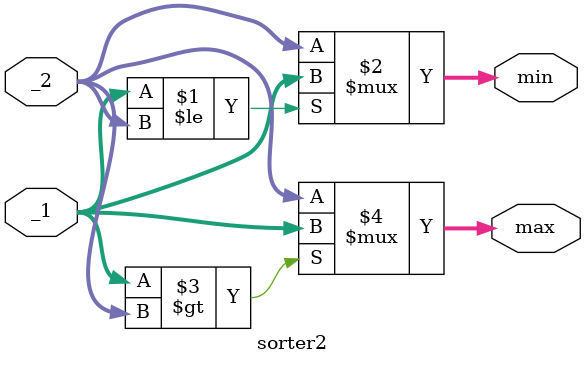
<source format=v>


`default_nettype none

module sorter2 (max, min, _1, _2);
	// Parameters
	parameter DATA_WIDTH = 8;

	// Outputs
	output wire [DATA_WIDTH - 1 : 0] min, max;

	// Inputs
	input wire [DATA_WIDTH - 1 : 0] _1, _2;

	// Dataflow description on module
	assign min = (_1 <= _2) ? _1 : _2;
	assign max = (_1 >  _2) ? _1 : _2;
endmodule
</source>
